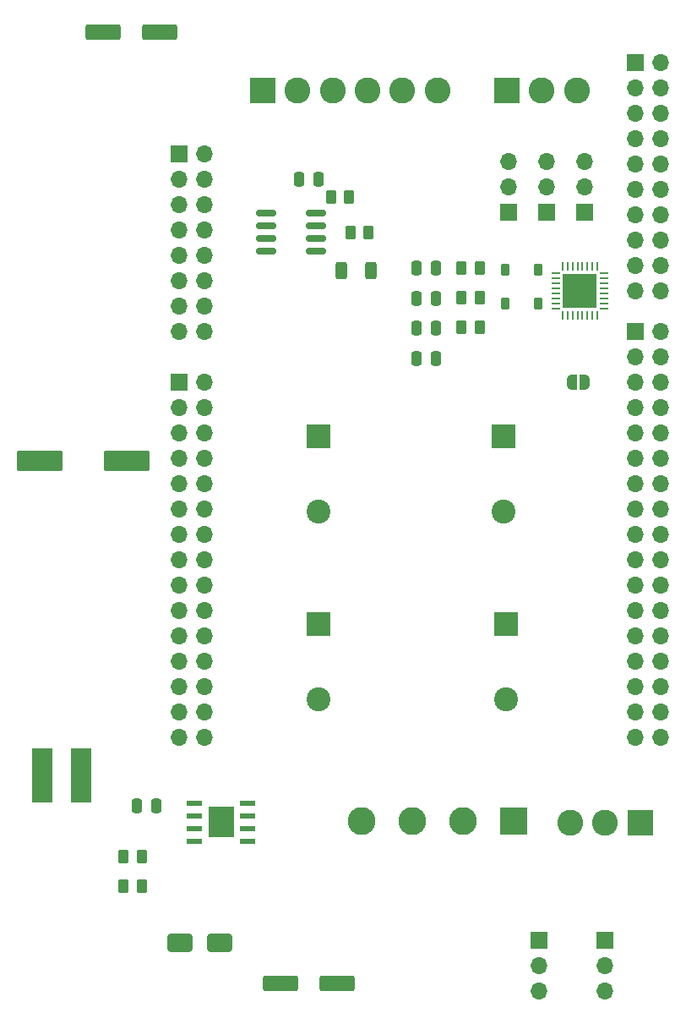
<source format=gbr>
%TF.GenerationSoftware,KiCad,Pcbnew,8.0.7*%
%TF.CreationDate,2025-01-01T21:40:25+01:00*%
%TF.ProjectId,adapater_a,61646170-6174-4657-925f-612e6b696361,rev?*%
%TF.SameCoordinates,Original*%
%TF.FileFunction,Soldermask,Top*%
%TF.FilePolarity,Negative*%
%FSLAX46Y46*%
G04 Gerber Fmt 4.6, Leading zero omitted, Abs format (unit mm)*
G04 Created by KiCad (PCBNEW 8.0.7) date 2025-01-01 21:40:25*
%MOMM*%
%LPD*%
G01*
G04 APERTURE LIST*
G04 Aperture macros list*
%AMRoundRect*
0 Rectangle with rounded corners*
0 $1 Rounding radius*
0 $2 $3 $4 $5 $6 $7 $8 $9 X,Y pos of 4 corners*
0 Add a 4 corners polygon primitive as box body*
4,1,4,$2,$3,$4,$5,$6,$7,$8,$9,$2,$3,0*
0 Add four circle primitives for the rounded corners*
1,1,$1+$1,$2,$3*
1,1,$1+$1,$4,$5*
1,1,$1+$1,$6,$7*
1,1,$1+$1,$8,$9*
0 Add four rect primitives between the rounded corners*
20,1,$1+$1,$2,$3,$4,$5,0*
20,1,$1+$1,$4,$5,$6,$7,0*
20,1,$1+$1,$6,$7,$8,$9,0*
20,1,$1+$1,$8,$9,$2,$3,0*%
%AMFreePoly0*
4,1,19,0.500000,-0.750000,0.000000,-0.750000,0.000000,-0.744911,-0.071157,-0.744911,-0.207708,-0.704816,-0.327430,-0.627875,-0.420627,-0.520320,-0.479746,-0.390866,-0.500000,-0.250000,-0.500000,0.250000,-0.479746,0.390866,-0.420627,0.520320,-0.327430,0.627875,-0.207708,0.704816,-0.071157,0.744911,0.000000,0.744911,0.000000,0.750000,0.500000,0.750000,0.500000,-0.750000,0.500000,-0.750000,
$1*%
%AMFreePoly1*
4,1,19,0.000000,0.744911,0.071157,0.744911,0.207708,0.704816,0.327430,0.627875,0.420627,0.520320,0.479746,0.390866,0.500000,0.250000,0.500000,-0.250000,0.479746,-0.390866,0.420627,-0.520320,0.327430,-0.627875,0.207708,-0.704816,0.071157,-0.744911,0.000000,-0.744911,0.000000,-0.750000,-0.500000,-0.750000,-0.500000,0.750000,0.000000,0.750000,0.000000,0.744911,0.000000,0.744911,
$1*%
G04 Aperture macros list end*
%ADD10RoundRect,0.250000X-1.500000X-0.550000X1.500000X-0.550000X1.500000X0.550000X-1.500000X0.550000X0*%
%ADD11RoundRect,0.250001X-2.049999X-0.799999X2.049999X-0.799999X2.049999X0.799999X-2.049999X0.799999X0*%
%ADD12RoundRect,0.250000X-1.000000X-0.650000X1.000000X-0.650000X1.000000X0.650000X-1.000000X0.650000X0*%
%ADD13R,1.700000X1.700000*%
%ADD14O,1.700000X1.700000*%
%ADD15RoundRect,0.150000X-0.825000X-0.150000X0.825000X-0.150000X0.825000X0.150000X-0.825000X0.150000X0*%
%ADD16RoundRect,0.250000X-0.262500X-0.450000X0.262500X-0.450000X0.262500X0.450000X-0.262500X0.450000X0*%
%ADD17R,2.150000X5.500000*%
%ADD18RoundRect,0.250000X-0.250000X-0.475000X0.250000X-0.475000X0.250000X0.475000X-0.250000X0.475000X0*%
%ADD19FreePoly0,0.000000*%
%ADD20FreePoly1,0.000000*%
%ADD21R,1.550000X0.600000*%
%ADD22R,2.600000X3.100000*%
%ADD23R,2.400000X2.400000*%
%ADD24C,2.400000*%
%ADD25RoundRect,0.250000X-0.312500X-0.625000X0.312500X-0.625000X0.312500X0.625000X-0.312500X0.625000X0*%
%ADD26RoundRect,0.062500X-0.375000X-0.062500X0.375000X-0.062500X0.375000X0.062500X-0.375000X0.062500X0*%
%ADD27RoundRect,0.062500X-0.062500X-0.375000X0.062500X-0.375000X0.062500X0.375000X-0.062500X0.375000X0*%
%ADD28R,3.500000X3.500000*%
%ADD29RoundRect,0.225000X-0.225000X-0.375000X0.225000X-0.375000X0.225000X0.375000X-0.225000X0.375000X0*%
%ADD30R,2.800000X2.800000*%
%ADD31C,2.800000*%
%ADD32R,2.600000X2.600000*%
%ADD33C,2.600000*%
G04 APERTURE END LIST*
D10*
%TO.C,C302*%
X-71888000Y64516000D03*
X-66288000Y64516000D03*
%TD*%
%TO.C,C105*%
X-54108000Y-30734000D03*
X-48508000Y-30734000D03*
%TD*%
D11*
%TO.C,C107*%
X-78314000Y21590000D03*
X-69514000Y21590000D03*
%TD*%
D12*
%TO.C,D102*%
X-64230000Y-26670000D03*
X-60230000Y-26670000D03*
%TD*%
D13*
%TO.C,JP103*%
X-27432000Y46482000D03*
D14*
X-27432000Y49022000D03*
X-27432000Y51562000D03*
%TD*%
D15*
%TO.C,U102*%
X-55561000Y46355000D03*
X-55561000Y45085000D03*
X-55561000Y43815000D03*
X-55561000Y42545000D03*
X-50611000Y42545000D03*
X-50611000Y43815000D03*
X-50611000Y45085000D03*
X-50611000Y46355000D03*
%TD*%
D16*
%TO.C,R102*%
X-69850000Y-20984000D03*
X-68025000Y-20984000D03*
%TD*%
%TO.C,R101*%
X-69850000Y-18034000D03*
X-68025000Y-18034000D03*
%TD*%
%TO.C,R105*%
X-49069000Y48006000D03*
X-47244000Y48006000D03*
%TD*%
%TO.C,R104*%
X-47140500Y44450000D03*
X-45315500Y44450000D03*
%TD*%
D17*
%TO.C,L101*%
X-77995000Y-9906000D03*
X-74145000Y-9906000D03*
%TD*%
D18*
%TO.C,C108*%
X-52258000Y49784000D03*
X-50358000Y49784000D03*
%TD*%
%TO.C,C106*%
X-68514000Y-12954000D03*
X-66614000Y-12954000D03*
%TD*%
D13*
%TO.C,J102*%
X-64262000Y52324000D03*
D14*
X-61722000Y52324000D03*
X-64262000Y49784000D03*
X-61722000Y49784000D03*
X-64262000Y47244000D03*
X-61722000Y47244000D03*
X-64262000Y44704000D03*
X-61722000Y44704000D03*
X-64262000Y42164000D03*
X-61722000Y42164000D03*
X-64262000Y39624000D03*
X-61722000Y39624000D03*
X-64262000Y37084000D03*
X-61722000Y37084000D03*
X-64262000Y34544000D03*
X-61722000Y34544000D03*
%TD*%
D13*
%TO.C,J105*%
X-18542000Y34544000D03*
D14*
X-16002000Y34544000D03*
X-18542000Y32004000D03*
X-16002000Y32004000D03*
X-18542000Y29464000D03*
X-16002000Y29464000D03*
X-18542000Y26924000D03*
X-16002000Y26924000D03*
X-18542000Y24384000D03*
X-16002000Y24384000D03*
X-18542000Y21844000D03*
X-16002000Y21844000D03*
X-18542000Y19304000D03*
X-16002000Y19304000D03*
X-18542000Y16764000D03*
X-16002000Y16764000D03*
X-18542000Y14224000D03*
X-16002000Y14224000D03*
X-18542000Y11684000D03*
X-16002000Y11684000D03*
X-18542000Y9144000D03*
X-16002000Y9144000D03*
X-18542000Y6604000D03*
X-16002000Y6604000D03*
X-18542000Y4064000D03*
X-16002000Y4064000D03*
X-18542000Y1524000D03*
X-16002000Y1524000D03*
X-18542000Y-1016000D03*
X-16002000Y-1016000D03*
X-18542000Y-3556000D03*
X-16002000Y-3556000D03*
X-18542000Y-6096000D03*
X-16002000Y-6096000D03*
%TD*%
D13*
%TO.C,J104*%
X-18542000Y61468000D03*
D14*
X-16002000Y61468000D03*
X-18542000Y58928000D03*
X-16002000Y58928000D03*
X-18542000Y56388000D03*
X-16002000Y56388000D03*
X-18542000Y53848000D03*
X-16002000Y53848000D03*
X-18542000Y51308000D03*
X-16002000Y51308000D03*
X-18542000Y48768000D03*
X-16002000Y48768000D03*
X-18542000Y46228000D03*
X-16002000Y46228000D03*
X-18542000Y43688000D03*
X-16002000Y43688000D03*
X-18542000Y41148000D03*
X-16002000Y41148000D03*
X-18542000Y38608000D03*
X-16002000Y38608000D03*
%TD*%
%TO.C,J103*%
X-61722000Y-6096000D03*
X-64262000Y-6096000D03*
X-61722000Y-3556000D03*
X-64262000Y-3556000D03*
X-61722000Y-1016000D03*
X-64262000Y-1016000D03*
X-61722000Y1524000D03*
X-64262000Y1524000D03*
X-61722000Y4064000D03*
X-64262000Y4064000D03*
X-61722000Y6604000D03*
X-64262000Y6604000D03*
X-61722000Y9144000D03*
X-64262000Y9144000D03*
X-61722000Y11684000D03*
X-64262000Y11684000D03*
X-61722000Y14224000D03*
X-64262000Y14224000D03*
X-61722000Y16764000D03*
X-64262000Y16764000D03*
X-61722000Y19304000D03*
X-64262000Y19304000D03*
X-61722000Y21844000D03*
X-64262000Y21844000D03*
X-61722000Y24384000D03*
X-64262000Y24384000D03*
X-61722000Y26924000D03*
X-64262000Y26924000D03*
X-61722000Y29464000D03*
D13*
X-64262000Y29464000D03*
%TD*%
D19*
%TO.C,JP104*%
X-24922000Y29464000D03*
D20*
X-23622000Y29464000D03*
%TD*%
D21*
%TO.C,U101*%
X-62806000Y-12665000D03*
X-62806000Y-13935000D03*
X-62806000Y-15205000D03*
X-62806000Y-16475000D03*
X-57406000Y-16475000D03*
X-57406000Y-15205000D03*
X-57406000Y-13935000D03*
X-57406000Y-12665000D03*
D22*
X-60106000Y-14570000D03*
%TD*%
D23*
%TO.C,C103*%
X-50292000Y5214000D03*
D24*
X-50292000Y-2286000D03*
%TD*%
D23*
%TO.C,C104*%
X-50292000Y24010000D03*
D24*
X-50292000Y16510000D03*
%TD*%
D23*
%TO.C,C102*%
X-31750000Y24010000D03*
D24*
X-31750000Y16510000D03*
%TD*%
D23*
%TO.C,C101*%
X-31496000Y5214000D03*
D24*
X-31496000Y-2286000D03*
%TD*%
D25*
%TO.C,R103*%
X-48006000Y40640000D03*
X-45081000Y40640000D03*
%TD*%
D26*
%TO.C,U301*%
X-26567500Y40358000D03*
X-26567500Y39858000D03*
X-26567500Y39358000D03*
X-26567500Y38858000D03*
X-26567500Y38358000D03*
X-26567500Y37858000D03*
X-26567500Y37358000D03*
X-26567500Y36858000D03*
D27*
X-25880000Y36170500D03*
X-25380000Y36170500D03*
X-24880000Y36170500D03*
X-24380000Y36170500D03*
X-23880000Y36170500D03*
X-23380000Y36170500D03*
X-22880000Y36170500D03*
X-22380000Y36170500D03*
D26*
X-21692500Y36858000D03*
X-21692500Y37358000D03*
X-21692500Y37858000D03*
X-21692500Y38358000D03*
X-21692500Y38858000D03*
X-21692500Y39358000D03*
X-21692500Y39858000D03*
X-21692500Y40358000D03*
D27*
X-22380000Y41045500D03*
X-22880000Y41045500D03*
X-23380000Y41045500D03*
X-23880000Y41045500D03*
X-24380000Y41045500D03*
X-24880000Y41045500D03*
X-25380000Y41045500D03*
X-25880000Y41045500D03*
D28*
X-24130000Y38608000D03*
%TD*%
D16*
%TO.C,R303*%
X-36009500Y34988000D03*
X-34184500Y34988000D03*
%TD*%
%TO.C,R302*%
X-36009500Y37938000D03*
X-34184500Y37938000D03*
%TD*%
%TO.C,R301*%
X-36009500Y40888000D03*
X-34184500Y40888000D03*
%TD*%
D13*
%TO.C,JP101*%
X-21590000Y-26416000D03*
D14*
X-21590000Y-28956000D03*
X-21590000Y-31496000D03*
%TD*%
D13*
%TO.C,JP106*%
X-31242000Y46482000D03*
D14*
X-31242000Y49022000D03*
X-31242000Y51562000D03*
%TD*%
D29*
%TO.C,D302*%
X-31622000Y37338000D03*
X-28322000Y37338000D03*
%TD*%
%TO.C,D301*%
X-31622000Y40688000D03*
X-28322000Y40688000D03*
%TD*%
D30*
%TO.C,D101*%
X-30734000Y-14478000D03*
D31*
X-35814000Y-14478000D03*
X-40894000Y-14478000D03*
X-45974000Y-14478000D03*
%TD*%
D18*
%TO.C,C305*%
X-40477000Y31828000D03*
X-38577000Y31828000D03*
%TD*%
%TO.C,C304*%
X-40477000Y34838000D03*
X-38577000Y34838000D03*
%TD*%
%TO.C,C303*%
X-40477000Y37848000D03*
X-38577000Y37848000D03*
%TD*%
%TO.C,C301*%
X-40477000Y40858000D03*
X-38577000Y40858000D03*
%TD*%
D13*
%TO.C,JP102*%
X-28194000Y-26431000D03*
D14*
X-28194000Y-28971000D03*
X-28194000Y-31511000D03*
%TD*%
D32*
%TO.C,J202*%
X-55910000Y58674000D03*
D33*
X-52410000Y58674000D03*
X-48910000Y58674000D03*
X-45410000Y58674000D03*
X-41910000Y58674000D03*
X-38410000Y58674000D03*
%TD*%
D32*
%TO.C,J101*%
X-18090000Y-14679000D03*
D33*
X-21590000Y-14679000D03*
X-25090000Y-14679000D03*
%TD*%
D32*
%TO.C,J201*%
X-31440000Y58674000D03*
D33*
X-27940000Y58674000D03*
X-24440000Y58674000D03*
%TD*%
D13*
%TO.C,JP105*%
X-23622000Y46497000D03*
D14*
X-23622000Y49037000D03*
X-23622000Y51577000D03*
%TD*%
M02*

</source>
